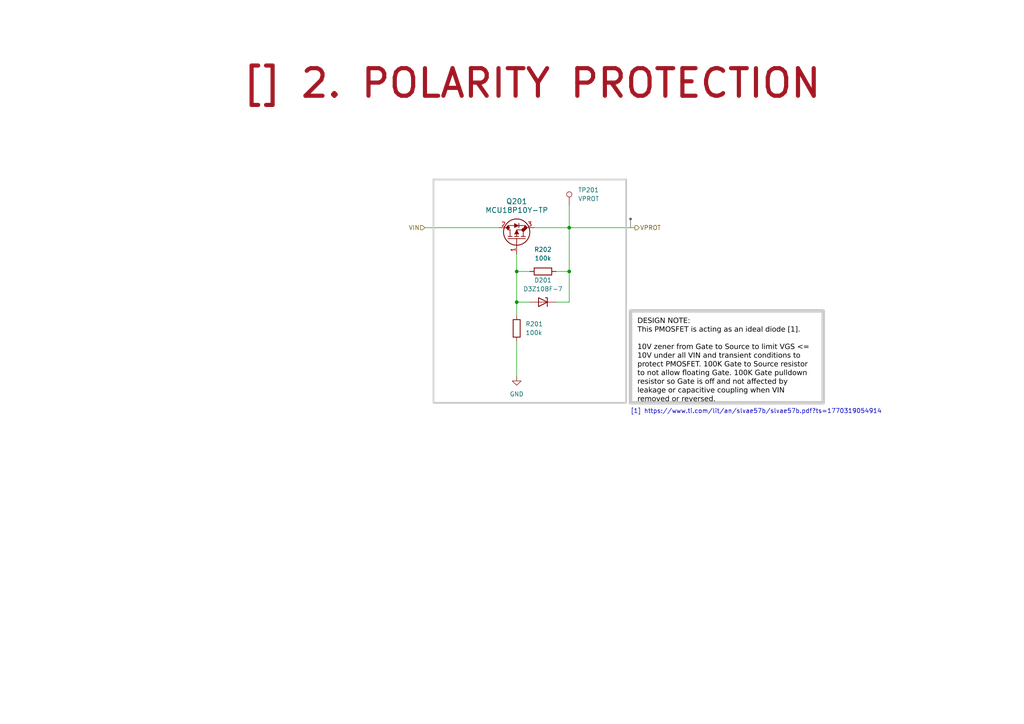
<source format=kicad_sch>
(kicad_sch (version 20250114) (generator "eeschema") (generator_version "9.0")
  (paper "A4")
  (title_block (title "2. POLARITY PROTECTION") (date "2025-01-12") (rev "${REVISION}") (company "${COMPANY}"))
  (lib_symbols
    (symbol "Connector:TestPoint" (pin_numbers (hide yes)) (pin_names (offset 0.762) (hide yes))
      (property "Reference" "TP" (at 0 6.858 0))
      (property "Value" "TestPoint" (at 0 5.08 0))
      (symbol "TestPoint_0_1"
        (circle (center 0 3.302) (radius 0.762))
      )
      (symbol "TestPoint_1_1"
        (pin passive line (at 0 0 90) (length 2.54) (name "1") (number "1"))
      )
    )
    (symbol "Device:D_Zener" (pin_numbers (hide yes)) (pin_names (offset 1.016) (hide yes))
      (property "Reference" "D" (at 0 2.54 0))
      (property "Value" "D_Zener" (at 0 -2.54 0))
      (symbol "D_Zener_0_1"
        (polyline (pts (xy -1.27 -1.27) (xy -1.27 1.27) (xy -0.762 1.27)) (stroke (width 0.254)))
        (polyline (pts (xy 1.27 0) (xy -1.27 0)))
        (polyline (pts (xy 1.27 -1.27) (xy 1.27 1.27) (xy -1.27 0) (xy 1.27 -1.27)) (stroke (width 0.254)))
      )
      (symbol "D_Zener_1_1"
        (pin passive line (at -3.81 0 0) (length 2.54) (name "K") (number "1"))
        (pin passive line (at 3.81 0 180) (length 2.54) (name "A") (number "2"))
      )
    )
    (symbol "Device:R" (pin_numbers (hide yes)) (pin_names (offset 0))
      (property "Reference" "R" (at 2.032 0 90))
      (property "Value" "R" (at 0 0 90))
      (symbol "R_0_1"
        (rectangle (start -1.016 -2.54) (end 1.016 2.54) (stroke (width 0.254)))
      )
      (symbol "R_1_1"
        (pin passive line (at 0 3.81 270) (length 1.27) (name "~") (number "1"))
        (pin passive line (at 0 -3.81 90) (length 1.27) (name "~") (number "2"))
      )
    )
    (symbol "MCU18P10Y-TP:MCU18P10Y-TP" (pin_names (offset 0.254))
      (property "Reference" "Q" (at 11.43 1.905 0))
      (property "Value" "MCU18P10Y-TP" (at 11.43 -2.54 0))
      (symbol "MCU18P10Y-TP_0_1"
        (polyline (pts (xy 2.54 0) (xy 4.445 0)) (stroke (width 0.2032)))
        (polyline (pts (xy 4.445 -2.54) (xy 4.445 2.54)) (stroke (width 0.2032)))
        (polyline (pts (xy 5.08 1.905) (xy 6.985 1.905)) (stroke (width 0.2032)))
        (polyline (pts (xy 5.08 1.27) (xy 5.08 2.54)) (stroke (width 0.2032)))
        (polyline (pts (xy 5.08 0) (xy 5.715 0)) (stroke (width 0.2032)))
        (polyline (pts (xy 5.08 -0.635) (xy 5.08 0.635)) (stroke (width 0.2032)))
        (polyline (pts (xy 5.08 -1.905) (xy 6.985 -1.905)) (stroke (width 0.2032)))
        (polyline (pts (xy 5.08 -2.54) (xy 5.08 -1.27)) (stroke (width 0.2032)))
        (polyline (pts (xy 5.715 0.635) (xy 6.985 0) (xy 5.715 -0.635)) (fill (type outline)))
        (circle (center 6.35 0) (radius 3.81) (stroke (width 0.254)))
        (polyline (pts (xy 6.985 2.54) (xy 8.255 2.54)) (stroke (width 0.2032)))
        (polyline (pts (xy 6.985 1.905) (xy 6.985 2.54)) (stroke (width 0.2032)))
        (circle (center 6.985 -1.905) (radius 0.0254) (stroke (width 0.508)))
        (polyline (pts (xy 6.985 -2.54) (xy 6.985 0)) (stroke (width 0.2032)))
        (polyline (pts (xy 6.985 -2.54) (xy 8.255 -2.54)) (stroke (width 0.2032)))
        (circle (center 7.62 2.54) (radius 0.0254) (stroke (width 0.508)))
        (circle (center 7.62 -2.54) (radius 0.0254) (stroke (width 0.508)))
        (polyline (pts (xy 8.255 0.635) (xy 8.255 2.54)) (stroke (width 0.2032)))
        (polyline (pts (xy 8.255 -2.54) (xy 8.255 -0.635)) (stroke (width 0.2032)))
        (polyline (pts (xy 8.89 0.635) (xy 7.62 0.635) (xy 8.255 -0.635)) (fill (type outline)))
        (polyline (pts (xy 8.89 -0.635) (xy 7.62 -0.635)) (stroke (width 0.2032)))
        (pin input line (at 0 0 0) (length 2.54) (name "") (number "1"))
        (pin passive line (at 7.62 5.08 270) (length 2.54) (name "") (number "2"))
        (pin passive line (at 7.62 -5.08 90) (length 2.54) (name "") (number "3"))
      )
    )
    (symbol "power:GND" (power) (pin_numbers (hide yes)) (pin_names (offset 0) (hide yes))
      (property "Value" "GND" (at 0 -3.81 0))
      (symbol "GND_0_1"
        (polyline (pts (xy 0 0) (xy 0 -1.27) (xy 1.27 -1.27) (xy 0 -2.54) (xy -1.27 -1.27) (xy 0 -1.27)))
      )
      (symbol "GND_1_1"
        (pin power_in line (at 0 0 270) (length 0) (name "~") (number "1"))
      )
    )
  )
  (rectangle (start 125.73 52.07) (end 181.61 116.84) (stroke (width 0.5) (color 200 200 200 1)))
  (text "[1] https://www.ti.com/lit/an/slvae57b/slvae57b.pdf?ts=1770319054914" (at 182.88 119.38 0) (effects (font (size 1.27 1.27)) (justify left)))
  (text_box "DESIGN NOTE:\nThis PMOSFET is acting as an ideal diode [1].\n\n10V zener from Gate to Source to limit VGS <= 10V under all VIN and transient conditions to protect PMOSFET. 100K Gate to Source resistor to not allow floating Gate. 100K Gate pulldown resistor so Gate is off and not affected by leakage or capacitive coupling when VIN removed or reversed." (at 182.88 90.17 0) (size 55.88 26.67) (margins 2 2 2 2) (stroke (width 1) (color 200 200 200 1)) (effects (font (size 1.5 1.5)) (justify left top)))
  (text_box "[${#}] ${TITLE}" (at 58.42 17.78 0) (size 191.77 12.7) (margins 5.9999 5.9999 5.9999 5.9999) (stroke (width -0.0001)) (effects (font (size 8 8) (thickness 1.2) (bold yes))))
  (junction (at 165.1 66.04))
  (junction (at 149.86 87.63))
  (junction (at 165.1 78.74))
  (junction (at 149.86 78.74))
  (wire (pts (xy 165.1 66.04) (xy 154.94 66.04)))
  (wire (pts (xy 165.1 59.69) (xy 165.1 66.04)))
  (wire (pts (xy 149.86 87.63) (xy 153.67 87.63)))
  (wire (pts (xy 165.1 87.63) (xy 165.1 78.74)))
  (wire (pts (xy 149.86 73.66) (xy 149.86 78.74)))
  (wire (pts (xy 123.19 66.04) (xy 144.78 66.04)))
  (wire (pts (xy 165.1 66.04) (xy 184.15 66.04)))
  (wire (pts (xy 149.86 78.74) (xy 153.67 78.74)))
  (wire (pts (xy 161.29 87.63) (xy 165.1 87.63)))
  (wire (pts (xy 149.86 99.06) (xy 149.86 109.22)))
  (wire (pts (xy 161.29 78.74) (xy 165.1 78.74)))
  (wire (pts (xy 165.1 78.74) (xy 165.1 66.04)))
  (wire (pts (xy 149.86 87.63) (xy 149.86 91.44)))
  (wire (pts (xy 149.86 78.74) (xy 149.86 87.63)))
  (hierarchical_label "VIN" (shape input) (at 123.19 66.04 180))
  (hierarchical_label "VPROT" (shape output) (at 184.15 66.04 0))
  (netclass_flag "" (length 2.54) (shape dot) (at 182.88 66.04 0) (property "Netclass" "Power VPROT" (effects (hide yes))))
  (symbol (lib_id "power:GND") (at 149.86 109.22 0) (unit 1)
    (property "Reference" "#PWR0201" (effects (hide yes)))
    (property "Value" "GND" (at 149.86 114.3 0))
    (property "Description" "Power symbol creates a global label with name \"GND\" , ground" (effects (hide yes)))
  )
  (symbol (lib_id "Device:D_Zener") (at 157.48 87.63 0) (mirror y) (unit 1)
    (property "Reference" "D201" (at 157.48 81.28 0))
    (property "Value" "D3Z10BF-7" (at 157.48 83.82 0))
    (property "Footprint" "Diode_SMD:D_SOD-323_HandSoldering" (effects (hide yes)))
    (property "Datasheet" "https://www.diodes.com/assets/Datasheets/D3ZxVxBF.pdf" (effects (hide yes)))
    (property "Description" "DIODE ZENER 10V 400MW SOD323F" (effects (hide yes)))
    (property "Manufacturer" "Diodes Incorporated" (effects (hide yes)))
    (property "MPN" "D3Z10BF-7" (effects (hide yes)))
  )
  (symbol (lib_id "Device:R") (at 157.48 78.74 90) (unit 1)
    (property "Reference" "R202" (at 157.48 72.3758 90))
    (property "Value" "100k" (at 157.48 74.9158 90))
    (property "Footprint" "Resistor_SMD:R_1206_3216Metric_Pad1.30x1.75mm_HandSolder" (effects (hide yes)))
    (property "Description" "Resistor" (effects (hide yes)))
  )
  (symbol (lib_id "MCU18P10Y-TP:MCU18P10Y-TP") (at 149.86 73.66 90) (unit 1)
    (property "Reference" "Q201" (at 149.86 58.42 90) (effects (font (size 1.524 1.524))))
    (property "Value" "MCU18P10Y-TP" (at 149.86 60.96 90) (effects (font (size 1.524 1.524))))
    (property "Footprint" "MCU18P10Y-TP:DPAK_MCC" (effects (hide yes)))
    (property "Datasheet" "https://www.mccsemi.com/pdf/Products/MCU18P10Y(DPAK).pdf" (effects (hide yes)))
    (property "Description" "MOSFET P-CH 100V 18A DPAK" (effects (hide yes)))
    (property "Manufacturer" "MCC (Micro Commercial Components)" (effects (hide yes)))
    (property "MPN" "MCU18P10Y-TP" (effects (hide yes)))
  )
  (symbol (lib_id "Device:R") (at 149.86 95.25 180) (unit 1)
    (property "Reference" "R201" (at 152.4 93.9799 0) (effects (justify right)))
    (property "Value" "100k" (at 152.4 96.5199 0) (effects (justify right)))
    (property "Footprint" "Resistor_SMD:R_1206_3216Metric_Pad1.30x1.75mm_HandSolder" (effects (hide yes)))
    (property "Description" "Resistor" (effects (hide yes)))
  )
  (symbol (lib_id "Connector:TestPoint") (at 165.1 59.69 0) (unit 1) (in_bom no)
    (property "Reference" "TP201" (at 167.64 55.1179 0) (effects (justify left)))
    (property "Value" "VPROT" (at 167.64 57.6579 0) (effects (justify left)))
    (property "Footprint" "TestPoint:TestPoint_Pad_D1.5mm" (effects (hide yes)))
    (property "Description" "test point" (effects (hide yes)))
  )
)
</source>
